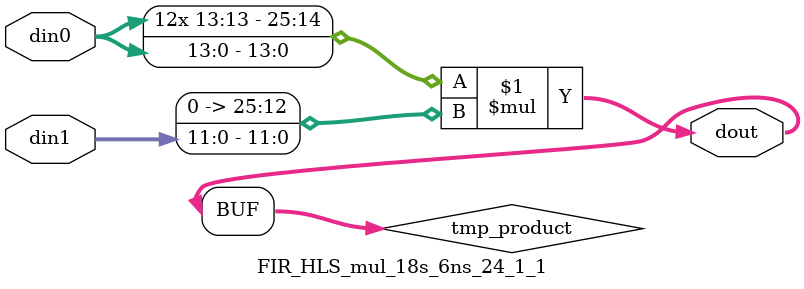
<source format=v>

`timescale 1 ns / 1 ps

 module FIR_HLS_mul_18s_6ns_24_1_1(din0, din1, dout);
parameter ID = 1;
parameter NUM_STAGE = 0;
parameter din0_WIDTH = 14;
parameter din1_WIDTH = 12;
parameter dout_WIDTH = 26;

input [din0_WIDTH - 1 : 0] din0; 
input [din1_WIDTH - 1 : 0] din1; 
output [dout_WIDTH - 1 : 0] dout;

wire signed [dout_WIDTH - 1 : 0] tmp_product;


























assign tmp_product = $signed(din0) * $signed({1'b0, din1});









assign dout = tmp_product;





















endmodule

</source>
